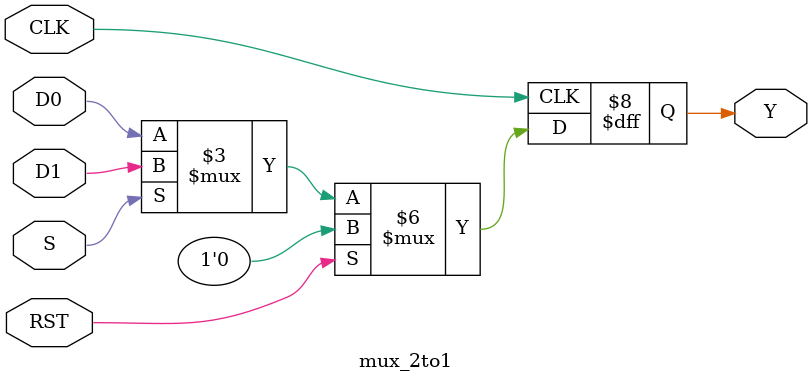
<source format=v>
module mux_2to1 (
    input wire D0, 
    input wire D1,
    input wire S,
    input wire RST,
    input wire CLK,
    output reg Y
);

    always @(posedge CLK) begin
        if (RST) begin
            Y <= 0;
        end else begin
            if (S) begin
                Y <= D1;
            end else begin
                Y <= D0;
            end
        end
    end

endmodule
</source>
